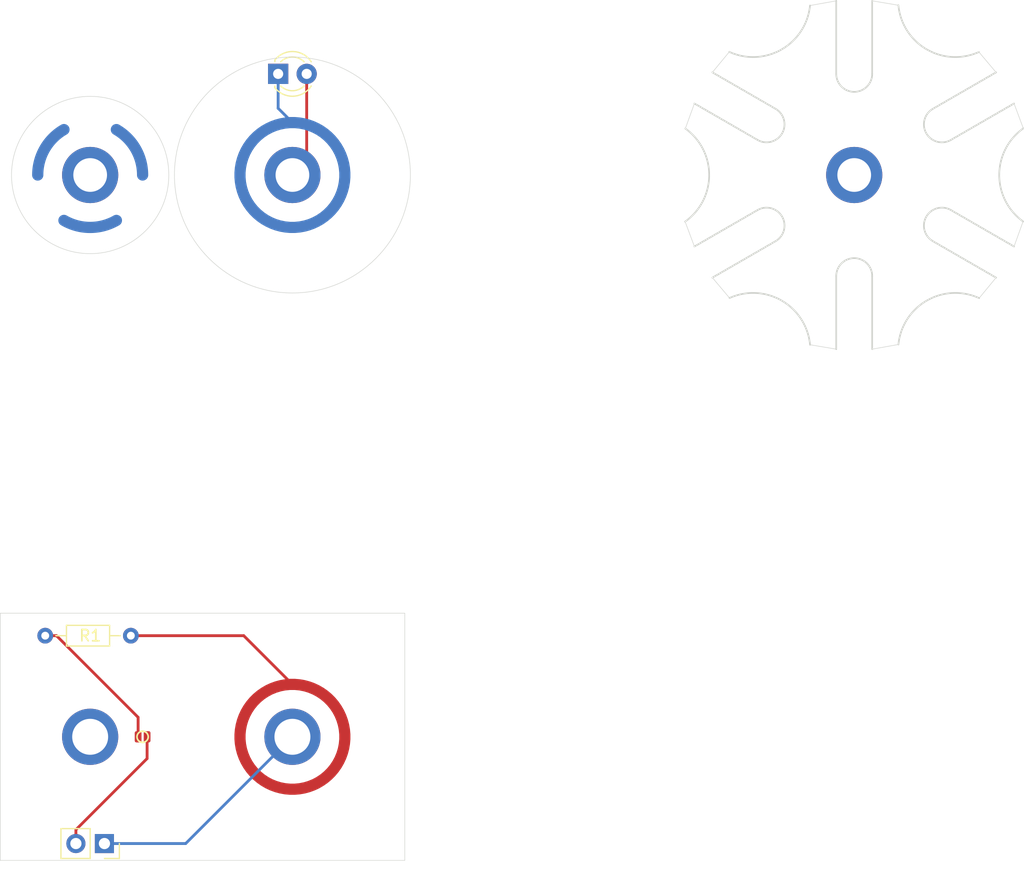
<source format=kicad_pcb>
(kicad_pcb (version 20171130) (host pcbnew "(5.1.5)-3")

  (general
    (thickness 1.6)
    (drawings 50)
    (tracks 14)
    (zones 0)
    (modules 11)
    (nets 7)
  )

  (page A4)
  (layers
    (0 F.Cu signal)
    (31 B.Cu signal)
    (32 B.Adhes user)
    (33 F.Adhes user)
    (34 B.Paste user)
    (35 F.Paste user)
    (36 B.SilkS user)
    (37 F.SilkS user)
    (38 B.Mask user)
    (39 F.Mask user)
    (40 Dwgs.User user)
    (41 Cmts.User user)
    (42 Eco1.User user)
    (43 Eco2.User user)
    (44 Edge.Cuts user)
    (45 Margin user)
    (46 B.CrtYd user)
    (47 F.CrtYd user)
    (48 B.Fab user)
    (49 F.Fab user)
  )

  (setup
    (last_trace_width 0.25)
    (trace_clearance 0.2)
    (zone_clearance 0.508)
    (zone_45_only no)
    (trace_min 0.2)
    (via_size 0.8)
    (via_drill 0.4)
    (via_min_size 0.4)
    (via_min_drill 0.3)
    (uvia_size 0.3)
    (uvia_drill 0.1)
    (uvias_allowed no)
    (uvia_min_size 0.2)
    (uvia_min_drill 0.1)
    (edge_width 0.05)
    (segment_width 0.2)
    (pcb_text_width 0.3)
    (pcb_text_size 1.5 1.5)
    (mod_edge_width 0.12)
    (mod_text_size 1 1)
    (mod_text_width 0.15)
    (pad_size 1.4 1.4)
    (pad_drill 0.7)
    (pad_to_mask_clearance 0.051)
    (solder_mask_min_width 0.25)
    (aux_axis_origin 0 0)
    (grid_origin 150 100)
    (visible_elements 7FFFFFFF)
    (pcbplotparams
      (layerselection 0x010fc_ffffffff)
      (usegerberextensions false)
      (usegerberattributes false)
      (usegerberadvancedattributes false)
      (creategerberjobfile false)
      (excludeedgelayer true)
      (linewidth 0.101600)
      (plotframeref false)
      (viasonmask false)
      (mode 1)
      (useauxorigin false)
      (hpglpennumber 1)
      (hpglpenspeed 20)
      (hpglpendiameter 15.000000)
      (psnegative false)
      (psa4output false)
      (plotreference true)
      (plotvalue true)
      (plotinvisibletext false)
      (padsonsilk false)
      (subtractmaskfromsilk false)
      (outputformat 1)
      (mirror false)
      (drillshape 0)
      (scaleselection 1)
      (outputdirectory "gerbs/minispacer/"))
  )

  (net 0 "")
  (net 1 5V)
  (net 2 0V)
  (net 3 "Net-(JP1-Pad1)")
  (net 4 redrail)
  (net 5 redwheel)
  (net 6 5Vwheel)

  (net_class Default "This is the default net class."
    (clearance 0.2)
    (trace_width 0.25)
    (via_dia 0.8)
    (via_drill 0.4)
    (uvia_dia 0.3)
    (uvia_drill 0.1)
    (add_net 0V)
    (add_net 5V)
    (add_net 5Vwheel)
    (add_net "Net-(JP1-Pad1)")
    (add_net redrail)
    (add_net redwheel)
  )

  (module LED_THT:LED_D3.0mm (layer F.Cu) (tedit 5E1F9579) (tstamp 5E1F97A0)
    (at 100 91)
    (descr "LED, diameter 3.0mm, 2 pins")
    (tags "LED diameter 3.0mm 2 pins")
    (path /5E1F9EAF)
    (fp_text reference D1 (at 0 -2.96) (layer F.SilkS) hide
      (effects (font (size 1 1) (thickness 0.15)))
    )
    (fp_text value LED (at 0 3) (layer F.Fab)
      (effects (font (size 1 1) (thickness 0.15)))
    )
    (fp_arc (start 0 0) (end -1.5 -1.16619) (angle 284.3) (layer F.Fab) (width 0.1))
    (fp_arc (start 0 0) (end -1.56 -1.235516) (angle 108.8) (layer F.SilkS) (width 0.12))
    (fp_arc (start 0 0) (end -1.56 1.235516) (angle -108.8) (layer F.SilkS) (width 0.12))
    (fp_arc (start 0 0) (end -1.040961 -1.08) (angle 87.9) (layer F.SilkS) (width 0.12))
    (fp_arc (start 0 0) (end -1.040961 1.08) (angle -87.9) (layer F.SilkS) (width 0.12))
    (fp_circle (center 0 0) (end 1.5 0) (layer F.Fab) (width 0.1))
    (fp_line (start -1.5 -1.16619) (end -1.5 1.16619) (layer F.Fab) (width 0.1))
    (fp_line (start -1.56 -1.236) (end -1.56 -1.08) (layer F.SilkS) (width 0.12))
    (fp_line (start -1.56 1.08) (end -1.56 1.236) (layer F.SilkS) (width 0.12))
    (fp_line (start -2.42 -2.25) (end -2.42 2.25) (layer F.CrtYd) (width 0.05))
    (fp_line (start -2.42 2.25) (end 2.43 2.25) (layer F.CrtYd) (width 0.05))
    (fp_line (start 2.43 2.25) (end 2.43 -2.25) (layer F.CrtYd) (width 0.05))
    (fp_line (start 2.43 -2.25) (end -2.42 -2.25) (layer F.CrtYd) (width 0.05))
    (pad 1 thru_hole rect (at -1.27 0) (size 1.8 1.8) (drill 0.9) (layers *.Cu *.Mask)
      (net 5 redwheel))
    (pad 2 thru_hole circle (at 1.27 0) (size 1.8 1.8) (drill 0.9) (layers *.Cu *.Mask)
      (net 6 5Vwheel))
    (model ${KISYS3DMOD}/LED_THT.3dshapes/LED_D3.0mm.wrl
      (at (xyz 0 0 0))
      (scale (xyz 1 1 1))
      (rotate (xyz 0 0 0))
    )
  )

  (module geneva:rail1 (layer B.Cu) (tedit 5E1F9C50) (tstamp 5E1F9B39)
    (at 100 100)
    (fp_text reference REF** (at 0 -0.5) (layer F.SilkS) hide
      (effects (font (size 1 1) (thickness 0.15)))
    )
    (fp_text value rail1 (at 0 0.5) (layer B.Fab)
      (effects (font (size 1 1) (thickness 0.15)) (justify mirror))
    )
    (pad 1 smd custom (at 0 -4.66667) (size 1 1) (layers B.Cu B.Mask)
      (net 5 redwheel) (zone_connect 0)
      (options (clearance outline) (anchor circle))
      (primitives
        (gr_circle (center 0 4.66667) (end 4.66667 4.66667) (width 1))
      ))
  )

  (module geneva:railcenter (layer F.Cu) (tedit 5E1F9C41) (tstamp 5E1E7BEA)
    (at 100 100)
    (fp_text reference REF** (at 0 0.5) (layer F.SilkS) hide
      (effects (font (size 1 1) (thickness 0.15)))
    )
    (fp_text value railcenter (at 0 -0.5) (layer F.Fab)
      (effects (font (size 1 1) (thickness 0.15)))
    )
    (pad 1 thru_hole circle (at 0 0) (size 5 5) (drill 3) (layers *.Cu *.Mask)
      (net 6 5Vwheel))
  )

  (module geneva:railcenter (layer F.Cu) (tedit 5E1E238F) (tstamp 5E1F9E30)
    (at 150 100)
    (fp_text reference REF** (at 0 0.5) (layer F.SilkS) hide
      (effects (font (size 1 1) (thickness 0.15)))
    )
    (fp_text value railcenter (at 0 -0.5) (layer F.Fab)
      (effects (font (size 1 1) (thickness 0.15)))
    )
    (pad 1 thru_hole circle (at 0 0) (size 5 5) (drill 3) (layers *.Cu *.Mask))
  )

  (module Connector_PinSocket_2.54mm:PinSocket_1x02_P2.54mm_Vertical (layer F.Cu) (tedit 5A19A420) (tstamp 5E1F97D4)
    (at 83.27 159.5 270)
    (descr "Through hole straight socket strip, 1x02, 2.54mm pitch, single row (from Kicad 4.0.7), script generated")
    (tags "Through hole socket strip THT 1x02 2.54mm single row")
    (path /5E1FE579)
    (fp_text reference J1 (at 0 7.62 90) (layer F.SilkS) hide
      (effects (font (size 1 1) (thickness 0.15)))
    )
    (fp_text value Conn_01x02 (at 0 -9.398 90) (layer F.Fab)
      (effects (font (size 1 1) (thickness 0.15)))
    )
    (fp_text user %R (at 0 0 90) (layer F.Fab)
      (effects (font (size 1 1) (thickness 0.15)))
    )
    (fp_line (start -1.8 4.3) (end -1.8 -1.8) (layer F.CrtYd) (width 0.05))
    (fp_line (start 1.75 4.3) (end -1.8 4.3) (layer F.CrtYd) (width 0.05))
    (fp_line (start 1.75 -1.8) (end 1.75 4.3) (layer F.CrtYd) (width 0.05))
    (fp_line (start -1.8 -1.8) (end 1.75 -1.8) (layer F.CrtYd) (width 0.05))
    (fp_line (start 0 -1.33) (end 1.33 -1.33) (layer F.SilkS) (width 0.12))
    (fp_line (start 1.33 -1.33) (end 1.33 0) (layer F.SilkS) (width 0.12))
    (fp_line (start 1.33 1.27) (end 1.33 3.87) (layer F.SilkS) (width 0.12))
    (fp_line (start -1.33 3.87) (end 1.33 3.87) (layer F.SilkS) (width 0.12))
    (fp_line (start -1.33 1.27) (end -1.33 3.87) (layer F.SilkS) (width 0.12))
    (fp_line (start -1.33 1.27) (end 1.33 1.27) (layer F.SilkS) (width 0.12))
    (fp_line (start -1.27 3.81) (end -1.27 -1.27) (layer F.Fab) (width 0.1))
    (fp_line (start 1.27 3.81) (end -1.27 3.81) (layer F.Fab) (width 0.1))
    (fp_line (start 1.27 -0.635) (end 1.27 3.81) (layer F.Fab) (width 0.1))
    (fp_line (start 0.635 -1.27) (end 1.27 -0.635) (layer F.Fab) (width 0.1))
    (fp_line (start -1.27 -1.27) (end 0.635 -1.27) (layer F.Fab) (width 0.1))
    (pad 2 thru_hole oval (at 0 2.54 270) (size 1.7 1.7) (drill 1) (layers *.Cu *.Mask)
      (net 2 0V))
    (pad 1 thru_hole rect (at 0 0 270) (size 1.7 1.7) (drill 1) (layers *.Cu *.Mask)
      (net 1 5V))
    (model ${KISYS3DMOD}/Connector_PinSocket_2.54mm.3dshapes/PinSocket_1x02_P2.54mm_Vertical.wrl
      (at (xyz 0 0 0))
      (scale (xyz 1 1 1))
      (rotate (xyz 0 0 0))
    )
  )

  (module geneva:jumper (layer F.Cu) (tedit 5E1E2CD8) (tstamp 5E1E8F76)
    (at 86.66667 150)
    (path /5E1E5871)
    (fp_text reference JP1 (at 0 2) (layer F.SilkS) hide
      (effects (font (size 1 1) (thickness 0.15)))
    )
    (fp_text value Jumper_NO_Small (at 0 -2) (layer F.Fab)
      (effects (font (size 1 1) (thickness 0.15)))
    )
    (fp_circle (center 0 0) (end 0.5 0) (layer F.SilkS) (width 0.1524))
    (pad 2 smd roundrect (at 0.4 0) (size 0.6 1) (layers F.Cu F.Mask) (roundrect_rratio 0.25)
      (net 2 0V))
    (pad 1 smd roundrect (at -0.4 0) (size 0.6 1) (layers F.Cu F.Mask) (roundrect_rratio 0.25)
      (net 3 "Net-(JP1-Pad1)"))
  )

  (module Resistor_THT:R_Axial_DIN0204_L3.6mm_D1.6mm_P7.62mm_Horizontal (layer F.Cu) (tedit 5E1F9C6E) (tstamp 5E1E9414)
    (at 78 141)
    (descr "Resistor, Axial_DIN0204 series, Axial, Horizontal, pin pitch=7.62mm, 0.167W, length*diameter=3.6*1.6mm^2, http://cdn-reichelt.de/documents/datenblatt/B400/1_4W%23YAG.pdf")
    (tags "Resistor Axial_DIN0204 series Axial Horizontal pin pitch 7.62mm 0.167W length 3.6mm diameter 1.6mm")
    (path /5E1E4A47)
    (fp_text reference R1 (at 4 0) (layer F.SilkS)
      (effects (font (size 1 1) (thickness 0.15)))
    )
    (fp_text value R (at 3.81 1.92) (layer F.Fab)
      (effects (font (size 1 1) (thickness 0.15)))
    )
    (fp_line (start 8.57 -1.05) (end -0.95 -1.05) (layer F.CrtYd) (width 0.05))
    (fp_line (start 8.57 1.05) (end 8.57 -1.05) (layer F.CrtYd) (width 0.05))
    (fp_line (start -0.95 1.05) (end 8.57 1.05) (layer F.CrtYd) (width 0.05))
    (fp_line (start -0.95 -1.05) (end -0.95 1.05) (layer F.CrtYd) (width 0.05))
    (fp_line (start 6.68 0) (end 5.73 0) (layer F.SilkS) (width 0.12))
    (fp_line (start 0.94 0) (end 1.89 0) (layer F.SilkS) (width 0.12))
    (fp_line (start 5.73 -0.92) (end 1.89 -0.92) (layer F.SilkS) (width 0.12))
    (fp_line (start 5.73 0.92) (end 5.73 -0.92) (layer F.SilkS) (width 0.12))
    (fp_line (start 1.89 0.92) (end 5.73 0.92) (layer F.SilkS) (width 0.12))
    (fp_line (start 1.89 -0.92) (end 1.89 0.92) (layer F.SilkS) (width 0.12))
    (fp_line (start 7.62 0) (end 5.61 0) (layer F.Fab) (width 0.1))
    (fp_line (start 0 0) (end 2.01 0) (layer F.Fab) (width 0.1))
    (fp_line (start 5.61 -0.8) (end 2.01 -0.8) (layer F.Fab) (width 0.1))
    (fp_line (start 5.61 0.8) (end 5.61 -0.8) (layer F.Fab) (width 0.1))
    (fp_line (start 2.01 0.8) (end 5.61 0.8) (layer F.Fab) (width 0.1))
    (fp_line (start 2.01 -0.8) (end 2.01 0.8) (layer F.Fab) (width 0.1))
    (pad 2 thru_hole oval (at 7.62 0) (size 1.4 1.4) (drill 0.7) (layers *.Cu *.Mask)
      (net 4 redrail))
    (pad 1 thru_hole circle (at 0 0) (size 1.4 1.4) (drill 0.7) (layers *.Cu *.Mask)
      (net 3 "Net-(JP1-Pad1)"))
    (model ${KISYS3DMOD}/Resistor_THT.3dshapes/R_Axial_DIN0204_L3.6mm_D1.6mm_P7.62mm_Horizontal.wrl
      (at (xyz 0 0 0))
      (scale (xyz 1 1 1))
      (rotate (xyz 0 0 0))
    )
  )

  (module geneva:rail1 (layer F.Cu) (tedit 5E1F9C63) (tstamp 5E1F9B69)
    (at 100 150 180)
    (fp_text reference REF** (at 0 0.5) (layer F.SilkS) hide
      (effects (font (size 1 1) (thickness 0.15)))
    )
    (fp_text value rail1 (at 0 -0.5) (layer F.Fab)
      (effects (font (size 1 1) (thickness 0.15)))
    )
    (pad 1 smd custom (at 0 4.66667 180) (size 1 1) (layers F.Cu F.Mask)
      (net 4 redrail) (zone_connect 0)
      (options (clearance outline) (anchor circle))
      (primitives
        (gr_circle (center 0 -4.66667) (end 4.66667 -4.66667) (width 1))
      ))
  )

  (module geneva:railcenter (layer F.Cu) (tedit 5E1F9496) (tstamp 5E1E825D)
    (at 100 150)
    (fp_text reference REF** (at 0 0.5) (layer F.SilkS) hide
      (effects (font (size 1 1) (thickness 0.15)))
    )
    (fp_text value railcenter (at 0 -0.5) (layer F.Fab)
      (effects (font (size 1 1) (thickness 0.15)))
    )
    (pad 1 thru_hole circle (at 0 0) (size 5 5) (drill 3.2) (layers *.Cu *.Mask)
      (net 1 5V))
  )

  (module geneva:railcenter (layer F.Cu) (tedit 5E1F949F) (tstamp 5E1E825F)
    (at 82 150)
    (fp_text reference REF** (at 0 0.5) (layer F.SilkS) hide
      (effects (font (size 1 1) (thickness 0.15)))
    )
    (fp_text value railcenter (at 0 -0.5) (layer F.Fab)
      (effects (font (size 1 1) (thickness 0.15)))
    )
    (pad 1 thru_hole circle (at 0 0) (size 5 5) (drill 3.2) (layers *.Cu *.Mask))
  )

  (module geneva:railcenter (layer F.Cu) (tedit 5E1E238F) (tstamp 5E1E8037)
    (at 82 100)
    (fp_text reference REF** (at 0 0.5) (layer F.SilkS) hide
      (effects (font (size 1 1) (thickness 0.15)))
    )
    (fp_text value railcenter (at 0 -0.5) (layer F.Fab)
      (effects (font (size 1 1) (thickness 0.15)))
    )
    (pad 1 thru_hole circle (at 0 0) (size 5 5) (drill 3) (layers *.Cu *.Mask))
  )

  (gr_arc (start 141 115.588457) (end 146.069004 115.108682) (angle -108.9) (layer Edge.Cuts) (width 0.15) (tstamp 5E1F9F36))
  (gr_line (start 138.904153 110.948154) (end 137.376606 109.135641) (layer Edge.Cuts) (width 0.05) (tstamp 5E1F9F49))
  (gr_line (start 165.029303 104.135208) (end 164.223394 106.364359) (layer Edge.Cuts) (width 0.05) (tstamp 5E1F9F45))
  (gr_line (start 148.4 115.5) (end 146.069004 115.108682) (layer Edge.Cuts) (width 0.05) (tstamp 5E1F9F48))
  (gr_line (start 141.405771 103.114359) (end 135.776606 106.364359) (layer Edge.Cuts) (width 0.15) (tstamp 5E1F9F20))
  (gr_arc (start 168 100) (end 165.050001 95.850001) (angle -108.9) (layer Edge.Cuts) (width 0.15) (tstamp 5E1F9F3A))
  (gr_circle (center 100 100) (end 110.5 100) (layer Edge.Cuts) (width 0.05))
  (gr_line (start 162.623394 109.135641) (end 161.119005 110.958683) (layer Edge.Cuts) (width 0.05) (tstamp 5E1F9F46))
  (gr_line (start 135.776606 93.635641) (end 134.970697 95.864792) (layer Edge.Cuts) (width 0.05) (tstamp 5E1F9F43))
  (gr_arc (start 132 100) (end 134.949999 104.149999) (angle -108.9) (layer Edge.Cuts) (width 0.15) (tstamp 5E1F9F34))
  (gr_line (start 143.005771 105.885641) (end 137.376606 109.135641) (layer Edge.Cuts) (width 0.15) (tstamp 5E1F9F2B))
  (gr_arc (start 142.205771 95.5) (end 141.405771 96.885641) (angle -180) (layer Edge.Cuts) (width 0.15) (tstamp 5E1F9F13))
  (gr_arc (start 157.794229 104.5) (end 158.594229 103.114359) (angle -180) (layer Edge.Cuts) (width 0.15) (tstamp 5E1F9F19))
  (gr_arc (start 142.205771 104.5) (end 143.005771 105.885641) (angle -180) (layer Edge.Cuts) (width 0.15) (tstamp 5E1F9F15))
  (gr_line (start 134.949999 104.149999) (end 135.776606 106.364359) (layer Edge.Cuts) (width 0.05) (tstamp 5E1F9F44))
  (gr_arc (start 159 115.588457) (end 161.119005 110.958683) (angle -108.9) (layer Edge.Cuts) (width 0.15) (tstamp 5E1F9F38))
  (gr_arc (start 157.794229 95.5) (end 156.994229 94.114359) (angle -180) (layer Edge.Cuts) (width 0.15) (tstamp 5E1F9F1B))
  (gr_line (start 158.594229 96.885641) (end 164.223394 93.635641) (layer Edge.Cuts) (width 0.15) (tstamp 5E1F9F26))
  (gr_line (start 141.405771 96.885641) (end 135.776606 93.635641) (layer Edge.Cuts) (width 0.15) (tstamp 5E1F9F29))
  (gr_arc (start 141 84.411543) (end 138.880995 89.041317) (angle -108.9) (layer Edge.Cuts) (width 0.15) (tstamp 5E1F9E5D))
  (gr_line (start 158.594229 103.114359) (end 164.223394 106.364359) (layer Edge.Cuts) (width 0.15) (tstamp 5E1F9F2F))
  (gr_line (start 138.880995 89.041317) (end 137.376606 90.864359) (layer Edge.Cuts) (width 0.05) (tstamp 5E1F9F42))
  (gr_arc (start 150 91) (end 148.4 91) (angle -180) (layer Edge.Cuts) (width 0.15) (tstamp 5E1F9E39))
  (gr_line (start 153.933456 115.083362) (end 151.6 115.5) (layer Edge.Cuts) (width 0.05) (tstamp 5E1F9F47))
  (gr_line (start 151.6 84.5) (end 153.930996 84.891318) (layer Edge.Cuts) (width 0.05) (tstamp 5E1F9F3F))
  (gr_line (start 148.4 84.5) (end 146.066544 84.916638) (layer Edge.Cuts) (width 0.05) (tstamp 5E1F9F3E))
  (gr_line (start 156.994229 94.114359) (end 162.623394 90.864359) (layer Edge.Cuts) (width 0.15) (tstamp 5E1F9F31))
  (gr_line (start 148.4 109) (end 148.4 115.5) (layer Edge.Cuts) (width 0.15) (tstamp 5E1F9F22))
  (gr_line (start 161.095847 89.051846) (end 162.623394 90.864359) (layer Edge.Cuts) (width 0.05) (tstamp 5E1F9F40))
  (gr_arc (start 159 84.411543) (end 153.930996 84.891318) (angle -108.9) (layer Edge.Cuts) (width 0.15) (tstamp 5E1F9F3C))
  (gr_line (start 164.223394 93.635641) (end 165.050001 95.850001) (layer Edge.Cuts) (width 0.05) (tstamp 5E1F9F41))
  (gr_line (start 151.6 109) (end 151.6 115.5) (layer Edge.Cuts) (width 0.15) (tstamp 5E1F9F2D))
  (gr_line (start 143.005771 94.114359) (end 137.376606 90.864359) (layer Edge.Cuts) (width 0.15) (tstamp 5E1F9F1E))
  (gr_line (start 151.6 91) (end 151.6 84.5) (layer Edge.Cuts) (width 0.15))
  (gr_line (start 156.994229 105.885641) (end 162.623394 109.135641) (layer Edge.Cuts) (width 0.15) (tstamp 5E1F9F24))
  (gr_arc (start 150 109) (end 151.6 109) (angle -180) (layer Edge.Cuts) (width 0.15) (tstamp 5E1F9F17))
  (gr_line (start 148.4 91) (end 148.4 84.5) (layer Edge.Cuts) (width 0.15))
  (gr_line (start 110 161) (end 74 161) (layer Edge.Cuts) (width 0.05))
  (gr_line (start 74 161) (end 74 139) (layer Edge.Cuts) (width 0.05) (tstamp 5E1E823D))
  (gr_circle (center 100 150) (end 110.5 150) (layer Dwgs.User) (width 0.15))
  (gr_line (start 74 139) (end 110 139) (layer Edge.Cuts) (width 0.05))
  (gr_circle (center 82 150) (end 89 150) (layer Dwgs.User) (width 0.15))
  (gr_line (start 110 139) (end 110 161) (layer Edge.Cuts) (width 0.05))
  (gr_arc (start 82 100) (end 79.666665 104.041455) (angle -60) (layer B.Mask) (width 1) (tstamp 5E1FA364))
  (gr_arc (start 82 100) (end 79.666665 95.958545) (angle -60) (layer B.Mask) (width 1) (tstamp 5E1FA362))
  (gr_arc (start 82 100) (end 86.66667 100) (angle -60) (layer B.Mask) (width 1))
  (gr_circle (center 82 100) (end 89 100) (layer Edge.Cuts) (width 0.05))
  (gr_arc (start 82 100) (end 86.66667 100) (angle -60) (layer B.Cu) (width 1))
  (gr_arc (start 82 100) (end 79.666665 95.958545) (angle -60) (layer B.Cu) (width 1) (tstamp 5E1F9C1F))
  (gr_arc (start 82 100) (end 79.666665 104.041455) (angle -60) (layer B.Cu) (width 1) (tstamp 5E1F9C21))

  (segment (start 83.27 159.5) (end 90.5 159.5) (width 0.25) (layer B.Cu) (net 1))
  (segment (start 90.5 159.5) (end 100 150) (width 0.25) (layer B.Cu) (net 1))
  (segment (start 80.73 159.5) (end 80.73 158.27) (width 0.25) (layer F.Cu) (net 2))
  (segment (start 80.73 158.27) (end 87.06667 151.93333) (width 0.25) (layer F.Cu) (net 2))
  (segment (start 87.06667 151.93333) (end 87.06667 150) (width 0.25) (layer F.Cu) (net 2))
  (segment (start 86.26667 150) (end 86.26667 148.26667) (width 0.25) (layer F.Cu) (net 3))
  (segment (start 86.26667 148.26667) (end 79 141) (width 0.25) (layer F.Cu) (net 3))
  (segment (start 79 141) (end 78 141) (width 0.25) (layer F.Cu) (net 3))
  (segment (start 95.66667 141) (end 100 145.33333) (width 0.25) (layer F.Cu) (net 4))
  (segment (start 85.62 141) (end 95.66667 141) (width 0.25) (layer F.Cu) (net 4))
  (segment (start 98.73 91.5) (end 98.73 94.06333) (width 0.25) (layer B.Cu) (net 5))
  (segment (start 98.73 94.06333) (end 100 95.33333) (width 0.25) (layer B.Cu) (net 5))
  (segment (start 101.27 98.73) (end 100 100) (width 0.25) (layer F.Cu) (net 6))
  (segment (start 101.27 91.5) (end 101.27 98.73) (width 0.25) (layer F.Cu) (net 6))

)

</source>
